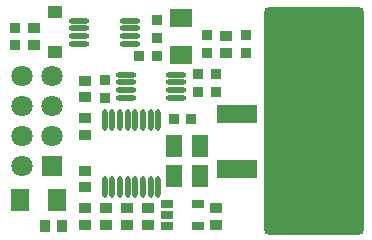
<source format=gts>
G04 Layer: TopSolderMaskLayer*
G04 EasyEDA Pro v1.9.26, 2022-12-23 16:44:12*
G04 Gerber Generator version 0.3*
G04 Scale: 100 percent, Rotated: No, Reflected: No*
G04 Dimensions in millimeters*
G04 Leading zeros omitted, absolute positions, 3 integers and 3 decimals*
%FSLAX33Y33*%
%MOMM*%
%AMRoundRect*1,1,$1,$2,$3*1,1,$1,$4,$5*1,1,$1,0-$2,0-$3*1,1,$1,0-$4,0-$5*20,1,$1,$2,$3,$4,$5,0*20,1,$1,$4,$5,0-$2,0-$3,0*20,1,$1,0-$2,0-$3,0-$4,0-$5,0*20,1,$1,0-$4,0-$5,$2,$3,0*4,1,4,$2,$3,$4,$5,0-$2,0-$3,0-$4,0-$5,$2,$3,0*%
%ADD10RoundRect,0.780757X-3.838722X9.236222X3.838722X9.236222*%
%ADD11R,3.501593X1.601597*%
%ADD12R,0.901598X1.001598*%
%ADD13O,0.444602X1.833093*%
%ADD14R,1.001598X0.901598*%
%ADD15R,0.908075X0.965606*%
%ADD16R,1.401597X1.901596*%
%ADD17R,1.401597X1.901596*%
%ADD18R,1.101598X0.701599*%
%ADD19R,0.908075X0.965606*%
%ADD20R,0.965606X0.908075*%
%ADD21R,1.001598X0.901598*%
%ADD22R,0.965606X0.908075*%
%ADD23R,1.25161X1.051611*%
%ADD24R,1.801597X1.801597*%
%ADD25C,1.801597*%
%ADD26R,1.829587X1.586611*%
%ADD27R,1.586611X1.829587*%
%ADD28O,1.793596X0.465607*%
G75*


G04 Pad Start*
G54D10*
G01X27877Y-10033D03*
G54D11*
G01X21336Y-9506D03*
G01X21336Y-14116D03*
G54D12*
G01X6542Y-18923D03*
G01X5142Y-18923D03*
G54D13*
G01X10171Y-15693D03*
G01X10821Y-15693D03*
G01X11471Y-15693D03*
G01X12121Y-15693D03*
G01X12771Y-15693D03*
G01X13421Y-15693D03*
G01X14071Y-15693D03*
G01X14721Y-15693D03*
G01X10171Y-9961D03*
G01X10821Y-9961D03*
G01X11471Y-9961D03*
G01X12121Y-9961D03*
G01X12771Y-9961D03*
G01X13421Y-9961D03*
G01X14071Y-9961D03*
G01X14721Y-9961D03*
G54D14*
G01X8514Y-14286D03*
G01X8514Y-15686D03*
G01X10290Y-17445D03*
G01X10290Y-18846D03*
G01X12065Y-17445D03*
G01X12065Y-18846D03*
G01X8514Y-9841D03*
G01X8514Y-11241D03*
G54D15*
G01X17517Y-9906D03*
G01X16011Y-9906D03*
G54D16*
G01X16045Y-14732D03*
G54D17*
G01X16045Y-12192D03*
G54D16*
G01X18245Y-12192D03*
G01X18245Y-14732D03*
G54D18*
G01X18062Y-17085D03*
G01X18062Y-18985D03*
G01X15462Y-18985D03*
G01X15462Y-18035D03*
G01X15462Y-17085D03*
G54D14*
G01X19556Y-17445D03*
G01X19556Y-18846D03*
G01X13841Y-17445D03*
G01X13841Y-18846D03*
G54D19*
G01X13090Y-4572D03*
G01X14596Y-4572D03*
G54D20*
G01X14605Y-3048D03*
G01X14605Y-1541D03*
G54D21*
G01X8509Y-8066D03*
G01X8509Y-6666D03*
G54D22*
G01X10160Y-6613D03*
G01X10160Y-8119D03*
G01X18796Y-2803D03*
G01X18796Y-4309D03*
G54D20*
G01X22098Y-4309D03*
G01X22098Y-2803D03*
G01X18034Y-7611D03*
G01X18034Y-6105D03*
G54D22*
G01X19558Y-6105D03*
G01X19558Y-7611D03*
G54D23*
G01X5969Y-848D03*
G01X5969Y-4232D03*
G54D20*
G01X2540Y-3674D03*
G01X2540Y-2168D03*
G54D21*
G01X4191Y-3621D03*
G01X4191Y-2221D03*
G54D24*
G01X5715Y-13843D03*
G54D25*
G01X3175Y-13843D03*
G01X5715Y-11303D03*
G01X3175Y-11303D03*
G01X5715Y-8763D03*
G01X3175Y-8763D03*
G01X5715Y-6223D03*
G01X3175Y-6223D03*
G54D21*
G01X8509Y-18861D03*
G01X8509Y-17461D03*
G54D26*
G01X16637Y-1328D03*
G01X16637Y-4514D03*
G54D27*
G01X6165Y-16764D03*
G01X2979Y-16764D03*
G54D28*
G01X16243Y-8087D03*
G01X16243Y-7437D03*
G01X16243Y-6787D03*
G01X16243Y-6137D03*
G01X11951Y-8087D03*
G01X11951Y-7437D03*
G01X11951Y-6787D03*
G01X11951Y-6137D03*
G01X8014Y-1565D03*
G01X8014Y-2215D03*
G01X8014Y-2865D03*
G01X8014Y-3515D03*
G01X12306Y-1565D03*
G01X12306Y-2215D03*
G01X12306Y-2865D03*
G01X12306Y-3515D03*
G54D14*
G01X20447Y-2912D03*
G01X20447Y-4312D03*
G04 Pad End*

M02*

</source>
